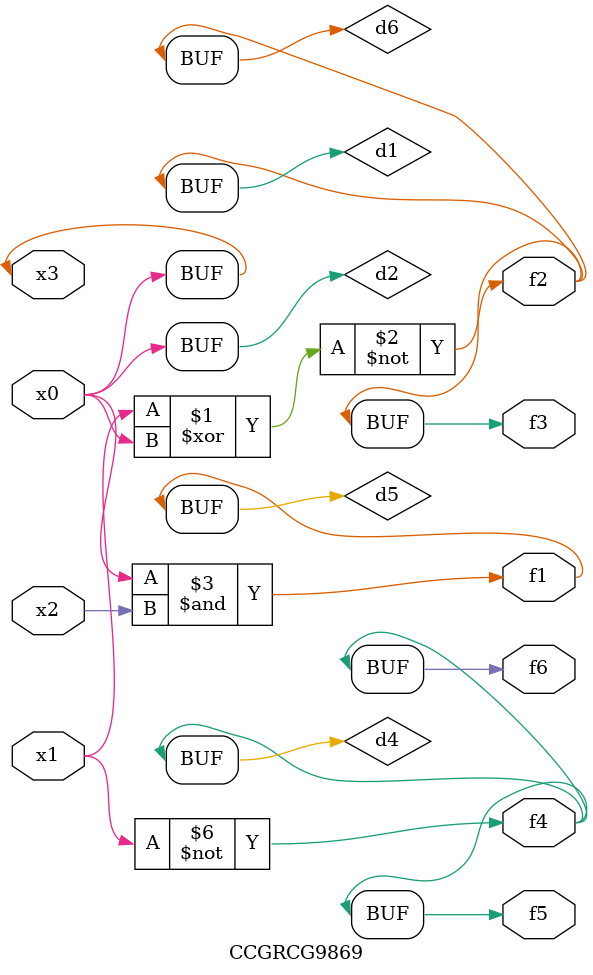
<source format=v>
module CCGRCG9869(
	input x0, x1, x2, x3,
	output f1, f2, f3, f4, f5, f6
);

	wire d1, d2, d3, d4, d5, d6;

	xnor (d1, x1, x3);
	buf (d2, x0, x3);
	nand (d3, x0, x2);
	not (d4, x1);
	nand (d5, d3);
	or (d6, d1);
	assign f1 = d5;
	assign f2 = d6;
	assign f3 = d6;
	assign f4 = d4;
	assign f5 = d4;
	assign f6 = d4;
endmodule

</source>
